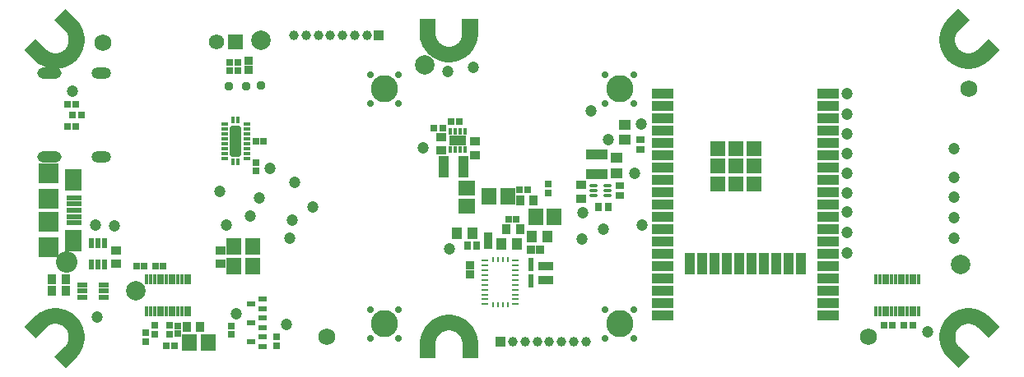
<source format=gts>
G04*
G04 #@! TF.GenerationSoftware,Altium Limited,Altium Designer,20.0.13 (296)*
G04*
G04 Layer_Color=8388736*
%FSLAX44Y44*%
%MOMM*%
G71*
G01*
G75*
%ADD27R,0.2500X0.5750*%
%ADD28R,0.6750X0.2500*%
%ADD50C,1.2032*%
%ADD51R,1.1032X1.2032*%
%ADD52R,0.7532X0.6532*%
%ADD53R,0.6532X0.7532*%
%ADD54R,0.9132X0.5032*%
%ADD55R,0.7232X0.7232*%
%ADD56R,0.5532X1.0532*%
%ADD57R,1.0532X0.5532*%
%ADD58R,0.8532X0.7532*%
%ADD59R,1.2032X1.1032*%
%ADD60R,0.8232X0.8232*%
%ADD61R,1.6032X0.9532*%
%ADD62R,0.7532X0.8532*%
%ADD63R,0.8232X0.8232*%
%ADD64R,0.6232X0.6632*%
G04:AMPARAMS|DCode=65|XSize=0.39mm|YSize=0.74mm|CornerRadius=0.095mm|HoleSize=0mm|Usage=FLASHONLY|Rotation=270.000|XOffset=0mm|YOffset=0mm|HoleType=Round|Shape=RoundedRectangle|*
%AMROUNDEDRECTD65*
21,1,0.3900,0.5500,0,0,270.0*
21,1,0.2000,0.7400,0,0,270.0*
1,1,0.1900,-0.2750,-0.1000*
1,1,0.1900,-0.2750,0.1000*
1,1,0.1900,0.2750,0.1000*
1,1,0.1900,0.2750,-0.1000*
%
%ADD65ROUNDEDRECTD65*%
G04:AMPARAMS|DCode=66|XSize=0.39mm|YSize=0.74mm|CornerRadius=0.095mm|HoleSize=0mm|Usage=FLASHONLY|Rotation=180.000|XOffset=0mm|YOffset=0mm|HoleType=Round|Shape=RoundedRectangle|*
%AMROUNDEDRECTD66*
21,1,0.3900,0.5500,0,0,180.0*
21,1,0.2000,0.7400,0,0,180.0*
1,1,0.1900,-0.1000,0.2750*
1,1,0.1900,0.1000,0.2750*
1,1,0.1900,0.1000,-0.2750*
1,1,0.1900,-0.1000,-0.2750*
%
%ADD66ROUNDEDRECTD66*%
G04:AMPARAMS|DCode=67|XSize=1.14mm|YSize=3.14mm|CornerRadius=0.12mm|HoleSize=0mm|Usage=FLASHONLY|Rotation=180.000|XOffset=0mm|YOffset=0mm|HoleType=Round|Shape=RoundedRectangle|*
%AMROUNDEDRECTD67*
21,1,1.1400,2.9000,0,0,180.0*
21,1,0.9000,3.1400,0,0,180.0*
1,1,0.2400,-0.4500,1.4500*
1,1,0.2400,0.4500,1.4500*
1,1,0.2400,0.4500,-1.4500*
1,1,0.2400,-0.4500,-1.4500*
%
%ADD67ROUNDEDRECTD67*%
%ADD68R,1.8032X2.3032*%
%ADD69R,1.5532X0.6032*%
%ADD70R,2.1032X2.0032*%
%ADD71R,2.1032X2.1032*%
%ADD72R,0.3300X1.0200*%
%ADD73R,0.9032X1.1032*%
%ADD74R,0.7232X0.7232*%
%ADD75R,1.1032X0.9032*%
%ADD76R,2.2032X1.0032*%
G04:AMPARAMS|DCode=77|XSize=0.4mm|YSize=0.77mm|CornerRadius=0.0995mm|HoleSize=0mm|Usage=FLASHONLY|Rotation=270.000|XOffset=0mm|YOffset=0mm|HoleType=Round|Shape=RoundedRectangle|*
%AMROUNDEDRECTD77*
21,1,0.4000,0.5710,0,0,270.0*
21,1,0.2010,0.7700,0,0,270.0*
1,1,0.1990,-0.2855,-0.1005*
1,1,0.1990,-0.2855,0.1005*
1,1,0.1990,0.2855,0.1005*
1,1,0.1990,0.2855,-0.1005*
%
%ADD77ROUNDEDRECTD77*%
%ADD78C,0.9532*%
%ADD79C,2.0000*%
%ADD80R,1.5032X1.7032*%
%ADD81R,1.7032X1.5032*%
%ADD82R,0.4200X0.6400*%
%ADD83R,1.7400X1.0400*%
%ADD84R,1.0032X2.2032*%
%ADD85R,1.5332X1.5332*%
%ADD86R,1.1032X2.2032*%
%ADD87R,2.2032X1.1032*%
%ADD88C,2.2032*%
%ADD89C,2.8000*%
%ADD90C,1.7272*%
%ADD91O,2.0000X1.2000*%
%ADD92O,2.5000X1.2000*%
%ADD93C,1.0032*%
%ADD94R,1.0032X1.0032*%
%ADD95R,1.5712X1.5712*%
%ADD96C,1.5712*%
%ADD97C,0.7112*%
%ADD98C,0.6096*%
G36*
X-56336Y54886D02*
Y52922D01*
X-56848Y49027D01*
X-57865Y45232D01*
X-59369Y41602D01*
X-61333Y38199D01*
X-63725Y35082D01*
X-66503Y32304D01*
X-69620Y29912D01*
X-73023Y27948D01*
X-76653Y26444D01*
X-80448Y25427D01*
X-84343Y24914D01*
X-86307D01*
X-86363Y24914D01*
X-88328D01*
X-92223Y25427D01*
X-96018Y26444D01*
X-99648Y27948D01*
X-103051Y29912D01*
X-106168Y32304D01*
X-108946Y35082D01*
X-111338Y38199D01*
X-113302Y41602D01*
X-114806Y45231D01*
X-115823Y49027D01*
X-116335Y52922D01*
Y54886D01*
Y69914D01*
X-100086D01*
X-100085Y54914D01*
X-100019Y53567D01*
X-99494Y50923D01*
X-98462Y48433D01*
X-96964Y46192D01*
X-95058Y44285D01*
X-92817Y42788D01*
X-90327Y41757D01*
X-87683Y41231D01*
X-86336Y41164D01*
X-86335D01*
X-84988Y41231D01*
X-82344Y41757D01*
X-79854Y42788D01*
X-77613Y44285D01*
X-75707Y46192D01*
X-74209Y48433D01*
X-73178Y50923D01*
X-72652Y53567D01*
X-72586Y54914D01*
X-72586Y69914D01*
X-56336D01*
X-56336Y54886D01*
D02*
G37*
G36*
X-469855Y69445D02*
X-468466Y68056D01*
X-466074Y64939D01*
X-464109Y61537D01*
X-462606Y57907D01*
X-461589Y54112D01*
X-461076Y50216D01*
Y46287D01*
X-461589Y42392D01*
X-462606Y38597D01*
X-464109Y34967D01*
X-466074Y31565D01*
X-468466Y28448D01*
X-469855Y27058D01*
X-469894Y27019D01*
Y27019D01*
X-471283Y25630D01*
X-474400Y23238D01*
X-477803Y21274D01*
X-481433Y19770D01*
X-485228Y18753D01*
X-489123Y18240D01*
X-493052D01*
X-496948Y18753D01*
X-500743Y19770D01*
X-504372Y21274D01*
X-507775Y23238D01*
X-510892Y25630D01*
X-512281Y27019D01*
X-522908Y37645D01*
X-511417Y49136D01*
X-500811Y38529D01*
X-500811Y38529D01*
X-499811Y37623D01*
X-497570Y36126D01*
X-495079Y35094D01*
X-492436Y34568D01*
X-489740D01*
X-487096Y35094D01*
X-484606Y36126D01*
X-482365Y37623D01*
X-481365Y38529D01*
X-481365Y38529D01*
Y38529D01*
X-480459Y39529D01*
X-478961Y41770D01*
X-477930Y44261D01*
X-477404Y46904D01*
Y49600D01*
X-477930Y52243D01*
X-478961Y54734D01*
X-480459Y56975D01*
X-481365Y57975D01*
X-491972Y68581D01*
X-480481Y80072D01*
X-469855Y69445D01*
D02*
G37*
G36*
X197300Y-70300D02*
X184000D01*
Y-57000D01*
X197300D01*
Y-70300D01*
D02*
G37*
G36*
Y-88650D02*
X184000D01*
Y-75350D01*
X197300D01*
Y-88650D01*
D02*
G37*
G36*
Y-107000D02*
X184000D01*
Y-93700D01*
X197300D01*
Y-107000D01*
D02*
G37*
G36*
X-485228Y-228753D02*
X-481433Y-229770D01*
X-477803Y-231274D01*
X-474400Y-233238D01*
X-471283Y-235630D01*
X-469894Y-237019D01*
X-469855Y-237059D01*
X-468466Y-238448D01*
X-466074Y-241565D01*
X-464109Y-244967D01*
X-462606Y-248597D01*
X-461589Y-252392D01*
X-461076Y-256287D01*
Y-260217D01*
X-461589Y-264112D01*
X-462606Y-267907D01*
X-464109Y-271537D01*
X-466074Y-274939D01*
X-468466Y-278056D01*
X-469855Y-279445D01*
Y-279445D01*
X-480481Y-290072D01*
X-491972Y-278581D01*
X-481365Y-267975D01*
X-480459Y-266975D01*
X-478961Y-264734D01*
X-477930Y-262243D01*
X-477404Y-259600D01*
Y-256904D01*
X-477930Y-254261D01*
X-478961Y-251770D01*
X-480459Y-249529D01*
X-481365Y-248529D01*
X-481365Y-248529D01*
X-482365Y-247623D01*
X-484606Y-246126D01*
X-487096Y-245094D01*
X-489740Y-244568D01*
X-492436D01*
X-495079Y-245094D01*
X-497570Y-246126D01*
X-499811Y-247623D01*
X-500811Y-248529D01*
X-500811D01*
X-511417Y-259136D01*
X-522908Y-247645D01*
X-512281Y-237019D01*
X-510892Y-235630D01*
X-507775Y-233238D01*
X-504372Y-231274D01*
X-500743Y-229770D01*
X-496948Y-228753D01*
X-493052Y-228240D01*
X-489123D01*
X-485228Y-228753D01*
D02*
G37*
G36*
X-86222Y-235000D02*
X-84257D01*
X-80362Y-235513D01*
X-76567Y-236530D01*
X-72937Y-238033D01*
X-69535Y-239998D01*
X-66418Y-242390D01*
X-63639Y-245168D01*
X-61248Y-248285D01*
X-59283Y-251687D01*
X-57780Y-255317D01*
X-56763Y-259112D01*
X-56250Y-263008D01*
Y-264972D01*
X-56250Y-280000D01*
X-72500D01*
X-72500Y-265000D01*
X-72566Y-263652D01*
X-73092Y-261009D01*
X-74124Y-258518D01*
X-75621Y-256277D01*
X-77527Y-254371D01*
X-79768Y-252874D01*
X-82259Y-251842D01*
X-84902Y-251316D01*
X-86250Y-251250D01*
X-86250D01*
X-87598Y-251316D01*
X-90241Y-251842D01*
X-92732Y-252874D01*
X-94973Y-254371D01*
X-96879Y-256277D01*
X-98376Y-258518D01*
X-99408Y-261009D01*
X-99934Y-263652D01*
X-100000Y-265000D01*
X-100000Y-280000D01*
X-116250D01*
Y-264972D01*
Y-263008D01*
X-115737Y-259112D01*
X-114720Y-255317D01*
X-113217Y-251687D01*
X-111252Y-248285D01*
X-108861Y-245168D01*
X-106082Y-242390D01*
X-102965Y-239998D01*
X-99563Y-238033D01*
X-95933Y-236530D01*
X-92138Y-235513D01*
X-88243Y-235000D01*
X-86278D01*
X-86222Y-235000D01*
D02*
G37*
G36*
X449050Y68581D02*
X438444Y57975D01*
X437538Y56975D01*
X436040Y54734D01*
X435009Y52243D01*
X434483Y49600D01*
Y46904D01*
X435009Y44261D01*
X436040Y41770D01*
X437538Y39529D01*
X438444Y38529D01*
X438444Y38529D01*
X438444Y38529D01*
X439444Y37623D01*
X441685Y36126D01*
X444175Y35094D01*
X446819Y34568D01*
X449514D01*
X452158Y35094D01*
X454648Y36126D01*
X456889Y37623D01*
X457889Y38529D01*
Y38529D01*
X468496Y49136D01*
X479986Y37645D01*
X469360Y27019D01*
X467971Y25630D01*
X464854Y23238D01*
X461451Y21274D01*
X457821Y19770D01*
X454026Y18753D01*
X450131Y18240D01*
X446202D01*
X442307Y18753D01*
X438512Y19770D01*
X434882Y21274D01*
X431479Y23238D01*
X428362Y25630D01*
X426973Y27019D01*
X426973Y27019D01*
X426934Y27059D01*
X425544Y28448D01*
X423153Y31565D01*
X421188Y34967D01*
X419685Y38597D01*
X418668Y42392D01*
X418155Y46287D01*
Y50216D01*
X418668Y54112D01*
X419685Y57907D01*
X421188Y61537D01*
X423153Y64939D01*
X425544Y68056D01*
X426934Y69445D01*
X426934D01*
X437560Y80072D01*
X449050Y68581D01*
D02*
G37*
G36*
X234000Y-70300D02*
X220700D01*
Y-57000D01*
X234000D01*
Y-70300D01*
D02*
G37*
G36*
X215650D02*
X202350D01*
Y-57000D01*
X215650D01*
Y-70300D01*
D02*
G37*
G36*
X234000Y-88650D02*
X220700D01*
Y-75350D01*
X234000D01*
Y-88650D01*
D02*
G37*
G36*
X215650D02*
X202350D01*
Y-75350D01*
X215650D01*
Y-88650D01*
D02*
G37*
G36*
X234000Y-107000D02*
X220700D01*
Y-93700D01*
X234000D01*
Y-107000D01*
D02*
G37*
G36*
X215650D02*
X202350D01*
Y-93700D01*
X215650D01*
Y-107000D01*
D02*
G37*
G36*
X454112Y-228668D02*
X457907Y-229685D01*
X461537Y-231188D01*
X464939Y-233153D01*
X468056Y-235544D01*
X469445Y-236933D01*
X480072Y-247560D01*
X468581Y-259050D01*
X457975Y-248444D01*
X456975Y-247538D01*
X454734Y-246040D01*
X452243Y-245009D01*
X449600Y-244483D01*
X446904D01*
X444261Y-245009D01*
X441770Y-246040D01*
X439529Y-247538D01*
X438529Y-248444D01*
X438529D01*
X438529Y-248444D01*
X437623Y-249444D01*
X436126Y-251685D01*
X435094Y-254175D01*
X434568Y-256819D01*
Y-259514D01*
X435094Y-262158D01*
X436126Y-264648D01*
X437623Y-266889D01*
X438529Y-267889D01*
X438529Y-267889D01*
X449136Y-278496D01*
X437645Y-289986D01*
X427019Y-279360D01*
X425630Y-277971D01*
X423238Y-274854D01*
X421274Y-271451D01*
X419770Y-267821D01*
X418753Y-264026D01*
X418240Y-260131D01*
Y-256202D01*
X418753Y-252307D01*
X419770Y-248512D01*
X421274Y-244882D01*
X423238Y-241479D01*
X425630Y-238362D01*
X427019Y-236973D01*
X427019D01*
X427059Y-236933D01*
X428448Y-235544D01*
X431565Y-233153D01*
X434967Y-231188D01*
X438597Y-229685D01*
X442392Y-228668D01*
X446288Y-228155D01*
X450216D01*
X454112Y-228668D01*
D02*
G37*
D27*
X-41007Y-178617D02*
D03*
X-36007D02*
D03*
X-31007D02*
D03*
X-26007D02*
D03*
Y-224867D02*
D03*
X-31007D02*
D03*
X-36007D02*
D03*
X-41007D02*
D03*
D28*
X-49132Y-224242D02*
D03*
Y-219242D02*
D03*
Y-214242D02*
D03*
Y-209242D02*
D03*
Y-204242D02*
D03*
Y-199242D02*
D03*
Y-194242D02*
D03*
Y-189242D02*
D03*
Y-184242D02*
D03*
Y-179242D02*
D03*
X-17882Y-184242D02*
D03*
Y-189242D02*
D03*
Y-194242D02*
D03*
Y-199242D02*
D03*
Y-204242D02*
D03*
Y-209242D02*
D03*
Y-214242D02*
D03*
Y-219242D02*
D03*
Y-224242D02*
D03*
Y-179242D02*
D03*
D50*
X-430268Y-143720D02*
D03*
X-473332Y-4368D02*
D03*
X-290698Y-133081D02*
D03*
X433498Y-135206D02*
D03*
X-305149Y-233773D02*
D03*
X-448367Y-237355D02*
D03*
X-449966Y-142983D02*
D03*
X-315573Y-142856D02*
D03*
X-249663Y-155985D02*
D03*
X-281502Y-114714D02*
D03*
X-270514Y-84468D02*
D03*
X-322000Y-108000D02*
D03*
X323034Y-171081D02*
D03*
X112000Y-143000D02*
D03*
X433498Y-114282D02*
D03*
X104417Y-89696D02*
D03*
X323034Y-150306D02*
D03*
X433498Y-93814D02*
D03*
X323034Y-129402D02*
D03*
Y-109401D02*
D03*
Y-89271D02*
D03*
Y-69077D02*
D03*
X50224Y-157154D02*
D03*
X323034Y-48883D02*
D03*
Y-28173D02*
D03*
Y-7462D02*
D03*
X111245Y-38946D02*
D03*
X78000Y-55000D02*
D03*
X-86032Y-167017D02*
D03*
X-226332Y-123727D02*
D03*
X51817Y-129655D02*
D03*
X433498Y-63543D02*
D03*
Y-156405D02*
D03*
X-247000Y-137500D02*
D03*
X-112427Y-62951D02*
D03*
X60000Y-25000D02*
D03*
X-61418Y20104D02*
D03*
X-87144Y15455D02*
D03*
X-245228Y-98791D02*
D03*
X72947Y-146554D02*
D03*
X-253624Y-245004D02*
D03*
X406194Y-252346D02*
D03*
D51*
X-62145Y-150744D02*
D03*
X-78145D02*
D03*
X-16319Y-162022D02*
D03*
X-32318D02*
D03*
X15202Y-154569D02*
D03*
X-798D02*
D03*
D52*
X-263306Y-258139D02*
D03*
Y-267139D02*
D03*
X-309859Y-255534D02*
D03*
Y-246534D02*
D03*
X-398513Y-262919D02*
D03*
Y-253919D02*
D03*
X-388912Y-245906D02*
D03*
Y-254906D02*
D03*
X-373789Y-255160D02*
D03*
Y-246160D02*
D03*
X15689Y-100776D02*
D03*
Y-109776D02*
D03*
X-284553Y-78163D02*
D03*
Y-87163D02*
D03*
D53*
X-377080Y-267047D02*
D03*
X-368080D02*
D03*
X390635Y-245821D02*
D03*
X381635D02*
D03*
X-312099Y16197D02*
D03*
X-303099D02*
D03*
X-312099Y25198D02*
D03*
X-303099D02*
D03*
X-473351Y-29560D02*
D03*
X-464351D02*
D03*
X361027Y-246226D02*
D03*
X370027D02*
D03*
X-84304Y-35754D02*
D03*
X-75304D02*
D03*
X-101405Y-42750D02*
D03*
X-92406D02*
D03*
D54*
X-290108Y-263079D02*
D03*
X-277908Y-258079D02*
D03*
Y-268079D02*
D03*
X-277773Y-228713D02*
D03*
Y-218713D02*
D03*
X-289973Y-223713D02*
D03*
X-277773Y-248328D02*
D03*
Y-238328D02*
D03*
X-289973Y-243328D02*
D03*
D55*
X-365201Y-254544D02*
D03*
Y-246544D02*
D03*
D56*
X-440866Y-161591D02*
D03*
X-447366D02*
D03*
X-453866D02*
D03*
Y-183591D02*
D03*
X-447366D02*
D03*
X-440866D02*
D03*
D57*
X-441452Y-217219D02*
D03*
Y-210719D02*
D03*
Y-204219D02*
D03*
X-463452D02*
D03*
Y-210719D02*
D03*
Y-217219D02*
D03*
D58*
X111000Y-65000D02*
D03*
Y-55000D02*
D03*
X89625Y-102341D02*
D03*
Y-112341D02*
D03*
D59*
X95000Y-55000D02*
D03*
Y-39000D02*
D03*
X86371Y-73119D02*
D03*
Y-89119D02*
D03*
D60*
X-64796Y-193217D02*
D03*
Y-184217D02*
D03*
X-45685Y-154434D02*
D03*
Y-163434D02*
D03*
X-292648Y26309D02*
D03*
Y17308D02*
D03*
D61*
X13219Y-185017D02*
D03*
Y-199617D02*
D03*
D62*
X-67353Y-164009D02*
D03*
X-57353D02*
D03*
X77313Y-124134D02*
D03*
X67313D02*
D03*
D63*
X7461Y-168292D02*
D03*
X-1539D02*
D03*
D64*
X-2031Y-180267D02*
D03*
Y-186867D02*
D03*
X-2031Y-203867D02*
D03*
Y-197267D02*
D03*
D65*
X-317214Y-68717D02*
D03*
Y-73717D02*
D03*
Y-48718D02*
D03*
Y-53717D02*
D03*
Y-58717D02*
D03*
Y-63717D02*
D03*
Y-38718D02*
D03*
Y-43718D02*
D03*
X-294214Y-38718D02*
D03*
Y-53717D02*
D03*
Y-58717D02*
D03*
Y-73717D02*
D03*
Y-48718D02*
D03*
Y-43718D02*
D03*
Y-68717D02*
D03*
Y-63717D02*
D03*
D66*
X-303214Y-77717D02*
D03*
X-308214D02*
D03*
Y-34718D02*
D03*
X-303214D02*
D03*
D67*
X-305714Y-56217D02*
D03*
D68*
X-472760Y-158407D02*
D03*
Y-96406D02*
D03*
D69*
X-471511Y-140407D02*
D03*
Y-133906D02*
D03*
Y-114406D02*
D03*
Y-120907D02*
D03*
Y-127407D02*
D03*
D70*
X-498260Y-89407D02*
D03*
Y-165406D02*
D03*
D71*
Y-115407D02*
D03*
Y-139407D02*
D03*
D72*
X-397000Y-198600D02*
D03*
X-393000D02*
D03*
X-389000D02*
D03*
X-385000D02*
D03*
X-381000D02*
D03*
X-377000D02*
D03*
X-373000D02*
D03*
X-369000D02*
D03*
X-365000D02*
D03*
X-361000D02*
D03*
X-357000D02*
D03*
X-353000D02*
D03*
Y-231400D02*
D03*
X-357000D02*
D03*
X-361000D02*
D03*
X-365000D02*
D03*
X-369000D02*
D03*
X-373000D02*
D03*
X-377000D02*
D03*
X-393000D02*
D03*
X-397000D02*
D03*
X-381000D02*
D03*
X-385000D02*
D03*
X-389000D02*
D03*
X353000Y-198600D02*
D03*
X357000D02*
D03*
X361000D02*
D03*
X365000D02*
D03*
X369000D02*
D03*
X373000D02*
D03*
X377000D02*
D03*
X381000D02*
D03*
X385000D02*
D03*
X389000D02*
D03*
X393000D02*
D03*
X397000D02*
D03*
Y-231400D02*
D03*
X393000D02*
D03*
X389000D02*
D03*
X385000D02*
D03*
X381000D02*
D03*
X377000D02*
D03*
X373000D02*
D03*
X357000D02*
D03*
X353000D02*
D03*
X369000D02*
D03*
X365000D02*
D03*
X361000D02*
D03*
D73*
X-494493Y-210213D02*
D03*
X-480493D02*
D03*
X-494281Y-198361D02*
D03*
X-480280D02*
D03*
X-356042Y-248075D02*
D03*
X-342042D02*
D03*
X-13044Y-117192D02*
D03*
X956D02*
D03*
X-13000Y-147000D02*
D03*
X-27000D02*
D03*
D74*
X-470221Y-41481D02*
D03*
X-478221D02*
D03*
X-470221Y-18013D02*
D03*
X-478221D02*
D03*
X-285066Y-56278D02*
D03*
X-277066D02*
D03*
X-407677Y-184811D02*
D03*
X-399677D02*
D03*
X-380135Y-184649D02*
D03*
X-388135D02*
D03*
X-5594Y-106542D02*
D03*
X-13594D02*
D03*
X-25000Y-137000D02*
D03*
X-17000D02*
D03*
D75*
X49633Y-101380D02*
D03*
Y-115380D02*
D03*
X-428360Y-182896D02*
D03*
Y-168897D02*
D03*
X-321040Y-182602D02*
D03*
Y-168602D02*
D03*
X-94537Y-65830D02*
D03*
Y-51830D02*
D03*
X-59750Y-56674D02*
D03*
Y-70674D02*
D03*
D76*
X66115Y-70228D02*
D03*
Y-90228D02*
D03*
D77*
X62236Y-112347D02*
D03*
Y-102347D02*
D03*
X77036D02*
D03*
Y-107347D02*
D03*
Y-112347D02*
D03*
X62236Y-107347D02*
D03*
D78*
X-279597Y989D02*
D03*
X-295247Y794D02*
D03*
X-312538D02*
D03*
D79*
X-408206Y-210635D02*
D03*
X-111000Y22000D02*
D03*
X-279780Y47713D02*
D03*
X440440Y-183409D02*
D03*
D80*
X-288164Y-185192D02*
D03*
X-307164D02*
D03*
X-288128Y-164648D02*
D03*
X-307128D02*
D03*
X-333913Y-264078D02*
D03*
X-352913D02*
D03*
X21942Y-134613D02*
D03*
X2942D02*
D03*
X-44720Y-113234D02*
D03*
X-25720D02*
D03*
D81*
X-68223Y-104331D02*
D03*
Y-123331D02*
D03*
D82*
X-84591Y-64819D02*
D03*
X-79591D02*
D03*
X-74591D02*
D03*
X-69591D02*
D03*
X-84591Y-45819D02*
D03*
X-79591D02*
D03*
X-74591D02*
D03*
X-69591D02*
D03*
D83*
X-77091Y-55319D02*
D03*
D84*
X-91644Y-82725D02*
D03*
X-71644D02*
D03*
D85*
X209000Y-100350D02*
D03*
X190650D02*
D03*
X227350Y-82000D02*
D03*
X209000D02*
D03*
X190650D02*
D03*
X227350Y-63650D02*
D03*
X209000D02*
D03*
X190650D02*
D03*
X227350Y-100350D02*
D03*
D86*
X276150Y-182100D02*
D03*
X263450D02*
D03*
X250750D02*
D03*
X238050D02*
D03*
X225350D02*
D03*
X212650D02*
D03*
X199950D02*
D03*
X187250D02*
D03*
X174550D02*
D03*
X161850D02*
D03*
D87*
X134000Y-172100D02*
D03*
Y-159400D02*
D03*
Y-146700D02*
D03*
Y-134000D02*
D03*
Y-121300D02*
D03*
Y-108600D02*
D03*
Y-95900D02*
D03*
Y-83200D02*
D03*
Y-70500D02*
D03*
Y-57800D02*
D03*
Y-45100D02*
D03*
Y-32400D02*
D03*
Y-19700D02*
D03*
Y-7000D02*
D03*
X304000D02*
D03*
Y-19700D02*
D03*
Y-32400D02*
D03*
Y-45100D02*
D03*
Y-57800D02*
D03*
Y-70500D02*
D03*
Y-83200D02*
D03*
Y-95900D02*
D03*
Y-108600D02*
D03*
Y-121300D02*
D03*
Y-134000D02*
D03*
Y-146700D02*
D03*
Y-159400D02*
D03*
Y-172100D02*
D03*
Y-197500D02*
D03*
Y-210200D02*
D03*
Y-222900D02*
D03*
Y-235600D02*
D03*
X134000D02*
D03*
Y-222900D02*
D03*
Y-210200D02*
D03*
Y-197500D02*
D03*
Y-184800D02*
D03*
X304000D02*
D03*
D88*
X-479750Y-181000D02*
D03*
D89*
X-152600Y-2500D02*
D03*
X89400D02*
D03*
Y-244500D02*
D03*
X-152600D02*
D03*
D90*
X-212234Y-257871D02*
D03*
X448395Y-2575D02*
D03*
X-441871Y45171D02*
D03*
X345025Y-257871D02*
D03*
D91*
X-443778Y13745D02*
D03*
Y-72655D02*
D03*
D92*
X-497378Y13745D02*
D03*
Y-72655D02*
D03*
D93*
X54500Y-263000D02*
D03*
X29500D02*
D03*
X42000D02*
D03*
X-20500D02*
D03*
X-8000D02*
D03*
X17000D02*
D03*
X4500D02*
D03*
X-245738Y53165D02*
D03*
X-233238D02*
D03*
X-220738D02*
D03*
X-208238D02*
D03*
X-195738D02*
D03*
X-183238D02*
D03*
X-170738D02*
D03*
D94*
X-33000Y-263000D02*
D03*
X-158238Y53165D02*
D03*
D95*
X-305501Y46495D02*
D03*
D96*
X-325501D02*
D03*
D97*
X-137928Y-17172D02*
D03*
X-167272Y12172D02*
D03*
Y-17172D02*
D03*
X-137928Y12172D02*
D03*
X104073D02*
D03*
X74728Y-17172D02*
D03*
Y12172D02*
D03*
X104073Y-17172D02*
D03*
Y-229828D02*
D03*
X74728Y-259172D02*
D03*
Y-229828D02*
D03*
X104073Y-259172D02*
D03*
X-137928Y-229828D02*
D03*
X-167272Y-259172D02*
D03*
Y-229828D02*
D03*
X-137928Y-259172D02*
D03*
D98*
X-72091Y-55319D02*
D03*
X-82091D02*
D03*
M02*

</source>
